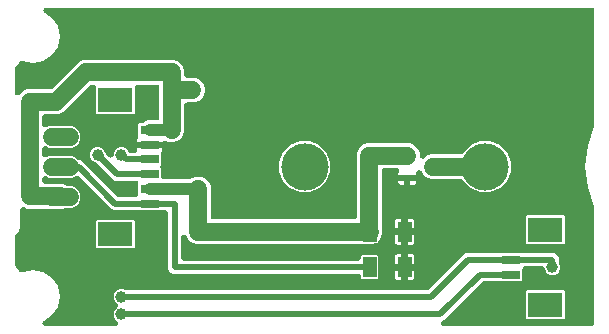
<source format=gbr>
G04 EAGLE Gerber X2 export*
%TF.Part,Single*%
%TF.FileFunction,Copper,L1,Top,Mixed*%
%TF.FilePolarity,Positive*%
%TF.GenerationSoftware,Autodesk,EAGLE,9.1.0*%
%TF.CreationDate,2020-06-24T00:02:45Z*%
G75*
%MOMM*%
%FSLAX34Y34*%
%LPD*%
%AMOC8*
5,1,8,0,0,1.08239X$1,22.5*%
G01*
%ADD10R,1.050000X0.600000*%
%ADD11R,1.600000X0.800000*%
%ADD12R,3.000000X2.100000*%
%ADD13C,1.524000*%
%ADD14R,1.160000X1.680000*%
%ADD15C,1.000000*%
%ADD16C,0.500000*%
%ADD17C,1.500000*%
%ADD18C,1.000000*%
%ADD19C,4.000000*%

G36*
X89710Y10178D02*
X89710Y10178D01*
X89846Y10181D01*
X89931Y10198D01*
X90018Y10206D01*
X90150Y10242D01*
X90284Y10269D01*
X90365Y10301D01*
X90449Y10324D01*
X90572Y10383D01*
X90699Y10434D01*
X90773Y10480D01*
X90852Y10517D01*
X90963Y10598D01*
X91079Y10670D01*
X91143Y10728D01*
X91213Y10779D01*
X91308Y10878D01*
X91410Y10970D01*
X91463Y11039D01*
X91523Y11101D01*
X91599Y11215D01*
X91682Y11324D01*
X91722Y11401D01*
X91770Y11473D01*
X91824Y11599D01*
X91887Y11721D01*
X91913Y11804D01*
X91947Y11884D01*
X91978Y12017D01*
X92018Y12148D01*
X92029Y12234D01*
X92048Y12319D01*
X92055Y12455D01*
X92071Y12591D01*
X92066Y12678D01*
X92070Y12765D01*
X92053Y12900D01*
X92045Y13037D01*
X92024Y13122D01*
X92013Y13208D01*
X91971Y13338D01*
X91939Y13471D01*
X91904Y13550D01*
X91877Y13633D01*
X91813Y13754D01*
X91758Y13879D01*
X91709Y13951D01*
X91668Y14028D01*
X91583Y14136D01*
X91507Y14249D01*
X91415Y14350D01*
X91392Y14379D01*
X91374Y14395D01*
X91340Y14432D01*
X89469Y16304D01*
X88475Y18702D01*
X88475Y21298D01*
X89469Y23696D01*
X91505Y25733D01*
X91538Y25771D01*
X91575Y25805D01*
X91681Y25943D01*
X91792Y26076D01*
X91816Y26119D01*
X91847Y26159D01*
X91927Y26313D01*
X92013Y26464D01*
X92029Y26511D01*
X92052Y26556D01*
X92103Y26721D01*
X92161Y26885D01*
X92169Y26935D01*
X92183Y26983D01*
X92204Y27155D01*
X92231Y27326D01*
X92230Y27376D01*
X92236Y27426D01*
X92226Y27600D01*
X92222Y27773D01*
X92213Y27822D01*
X92210Y27872D01*
X92168Y28041D01*
X92134Y28211D01*
X92116Y28257D01*
X92104Y28306D01*
X92034Y28465D01*
X91969Y28626D01*
X91943Y28669D01*
X91923Y28714D01*
X91825Y28858D01*
X91733Y29005D01*
X91700Y29042D01*
X91672Y29084D01*
X91505Y29267D01*
X89469Y31304D01*
X88475Y33702D01*
X88475Y36298D01*
X89469Y38696D01*
X91304Y40531D01*
X93702Y41525D01*
X96298Y41525D01*
X98311Y40691D01*
X98447Y40648D01*
X98581Y40597D01*
X98660Y40582D01*
X98737Y40558D01*
X98879Y40540D01*
X99020Y40513D01*
X99143Y40507D01*
X99180Y40502D01*
X99207Y40504D01*
X99267Y40501D01*
X353686Y40501D01*
X353872Y40517D01*
X354058Y40529D01*
X354094Y40537D01*
X354131Y40541D01*
X354312Y40590D01*
X354492Y40634D01*
X354526Y40649D01*
X354562Y40659D01*
X354730Y40740D01*
X354901Y40816D01*
X354931Y40836D01*
X354965Y40852D01*
X355116Y40962D01*
X355270Y41067D01*
X355308Y41101D01*
X355327Y41114D01*
X355352Y41141D01*
X355454Y41233D01*
X385134Y70913D01*
X387156Y71751D01*
X415309Y71751D01*
X415496Y71767D01*
X415615Y71775D01*
X434382Y71775D01*
X434444Y71763D01*
X434494Y71760D01*
X434517Y71757D01*
X434554Y71758D01*
X434691Y71751D01*
X461094Y71751D01*
X463116Y70913D01*
X464663Y69366D01*
X465501Y67344D01*
X465501Y64267D01*
X465514Y64124D01*
X465517Y63981D01*
X465533Y63902D01*
X465541Y63822D01*
X465579Y63684D01*
X465608Y63544D01*
X465649Y63428D01*
X465659Y63392D01*
X465671Y63367D01*
X465691Y63311D01*
X466525Y61298D01*
X466525Y58702D01*
X465531Y56304D01*
X463696Y54469D01*
X461298Y53475D01*
X458702Y53475D01*
X456304Y54469D01*
X454469Y56304D01*
X453351Y59003D01*
X453317Y59126D01*
X453295Y59171D01*
X453280Y59218D01*
X453199Y59372D01*
X453124Y59528D01*
X453094Y59569D01*
X453071Y59613D01*
X452964Y59750D01*
X452862Y59890D01*
X452826Y59925D01*
X452795Y59964D01*
X452665Y60080D01*
X452540Y60200D01*
X452498Y60227D01*
X452460Y60261D01*
X452312Y60351D01*
X452168Y60447D01*
X452122Y60467D01*
X452079Y60493D01*
X451917Y60555D01*
X451757Y60624D01*
X451709Y60635D01*
X451662Y60653D01*
X451491Y60686D01*
X451322Y60725D01*
X451272Y60728D01*
X451223Y60737D01*
X450976Y60749D01*
X437024Y60749D01*
X436974Y60745D01*
X436924Y60747D01*
X436752Y60725D01*
X436579Y60709D01*
X436531Y60696D01*
X436481Y60690D01*
X436316Y60637D01*
X436148Y60591D01*
X436103Y60569D01*
X436056Y60554D01*
X435902Y60473D01*
X435746Y60398D01*
X435705Y60368D01*
X435661Y60345D01*
X435524Y60238D01*
X435384Y60136D01*
X435349Y60100D01*
X435310Y60069D01*
X435194Y59939D01*
X435074Y59814D01*
X435047Y59772D01*
X435013Y59734D01*
X434923Y59586D01*
X434827Y59442D01*
X434807Y59396D01*
X434781Y59353D01*
X434719Y59191D01*
X434650Y59031D01*
X434639Y58983D01*
X434621Y58936D01*
X434588Y58765D01*
X434549Y58596D01*
X434546Y58546D01*
X434537Y58497D01*
X434525Y58250D01*
X434525Y49118D01*
X433632Y48225D01*
X415618Y48225D01*
X415556Y48237D01*
X415506Y48240D01*
X415483Y48243D01*
X415446Y48242D01*
X415309Y48249D01*
X402064Y48249D01*
X401878Y48233D01*
X401692Y48221D01*
X401656Y48213D01*
X401619Y48209D01*
X401438Y48160D01*
X401258Y48116D01*
X401224Y48101D01*
X401188Y48091D01*
X401020Y48010D01*
X400849Y47934D01*
X400819Y47914D01*
X400785Y47898D01*
X400634Y47788D01*
X400480Y47683D01*
X400442Y47649D01*
X400423Y47636D01*
X400398Y47609D01*
X400296Y47517D01*
X368116Y15337D01*
X367240Y14974D01*
X367081Y14891D01*
X366918Y14813D01*
X366883Y14787D01*
X366844Y14767D01*
X366703Y14656D01*
X366556Y14551D01*
X366526Y14519D01*
X366492Y14493D01*
X366372Y14358D01*
X366247Y14229D01*
X366223Y14192D01*
X366194Y14160D01*
X366099Y14007D01*
X366000Y13857D01*
X365982Y13817D01*
X365960Y13779D01*
X365894Y13612D01*
X365823Y13446D01*
X365813Y13404D01*
X365797Y13363D01*
X365762Y13186D01*
X365721Y13011D01*
X365719Y12968D01*
X365711Y12925D01*
X365708Y12745D01*
X365699Y12565D01*
X365705Y12522D01*
X365704Y12478D01*
X365734Y12301D01*
X365757Y12122D01*
X365770Y12081D01*
X365777Y12038D01*
X365838Y11868D01*
X365893Y11697D01*
X365913Y11658D01*
X365928Y11617D01*
X366017Y11461D01*
X366102Y11302D01*
X366129Y11268D01*
X366150Y11230D01*
X366266Y11092D01*
X366378Y10951D01*
X366410Y10922D01*
X366439Y10889D01*
X366577Y10774D01*
X366712Y10654D01*
X366749Y10632D01*
X366783Y10604D01*
X366940Y10516D01*
X367094Y10422D01*
X367134Y10407D01*
X367172Y10385D01*
X367343Y10326D01*
X367511Y10262D01*
X367553Y10254D01*
X367595Y10239D01*
X367773Y10212D01*
X367949Y10178D01*
X368009Y10175D01*
X368036Y10171D01*
X368073Y10172D01*
X368197Y10166D01*
X493000Y10166D01*
X493050Y10170D01*
X493100Y10168D01*
X493272Y10190D01*
X493445Y10206D01*
X493493Y10219D01*
X493543Y10225D01*
X493708Y10278D01*
X493876Y10324D01*
X493921Y10346D01*
X493968Y10361D01*
X494122Y10442D01*
X494278Y10517D01*
X494319Y10547D01*
X494363Y10570D01*
X494500Y10677D01*
X494640Y10779D01*
X494675Y10815D01*
X494714Y10846D01*
X494830Y10976D01*
X494950Y11101D01*
X494977Y11143D01*
X495011Y11181D01*
X495101Y11329D01*
X495197Y11473D01*
X495217Y11519D01*
X495243Y11562D01*
X495305Y11724D01*
X495374Y11884D01*
X495385Y11932D01*
X495403Y11979D01*
X495436Y12150D01*
X495475Y12319D01*
X495478Y12369D01*
X495487Y12418D01*
X495499Y12665D01*
X495499Y109538D01*
X495492Y109621D01*
X495494Y109705D01*
X495472Y109843D01*
X495459Y109983D01*
X495437Y110064D01*
X495424Y110146D01*
X495378Y110278D01*
X495341Y110414D01*
X495305Y110489D01*
X495277Y110568D01*
X495175Y110767D01*
X489737Y127504D01*
X487898Y145000D01*
X489737Y162496D01*
X495178Y179240D01*
X495199Y179288D01*
X495243Y179359D01*
X495293Y179490D01*
X495352Y179617D01*
X495373Y179698D01*
X495403Y179776D01*
X495430Y179914D01*
X495465Y180049D01*
X495471Y180133D01*
X495487Y180215D01*
X495499Y180462D01*
X495499Y277335D01*
X495495Y277385D01*
X495497Y277435D01*
X495475Y277607D01*
X495459Y277780D01*
X495446Y277828D01*
X495440Y277878D01*
X495387Y278043D01*
X495341Y278211D01*
X495319Y278256D01*
X495304Y278303D01*
X495223Y278457D01*
X495148Y278613D01*
X495118Y278654D01*
X495095Y278698D01*
X494988Y278835D01*
X494886Y278975D01*
X494850Y279010D01*
X494819Y279049D01*
X494689Y279165D01*
X494564Y279285D01*
X494522Y279312D01*
X494484Y279346D01*
X494336Y279436D01*
X494192Y279532D01*
X494145Y279552D01*
X494103Y279578D01*
X493941Y279640D01*
X493781Y279709D01*
X493733Y279720D01*
X493686Y279738D01*
X493515Y279771D01*
X493346Y279810D01*
X493296Y279813D01*
X493247Y279822D01*
X493000Y279834D01*
X31423Y279834D01*
X31265Y279820D01*
X31107Y279814D01*
X31043Y279800D01*
X30978Y279794D01*
X30825Y279752D01*
X30670Y279718D01*
X30610Y279693D01*
X30547Y279676D01*
X30404Y279607D01*
X30258Y279546D01*
X30203Y279511D01*
X30144Y279483D01*
X30016Y279390D01*
X29883Y279304D01*
X29835Y279259D01*
X29783Y279221D01*
X29673Y279106D01*
X29557Y278998D01*
X29518Y278946D01*
X29473Y278899D01*
X29385Y278767D01*
X29291Y278639D01*
X29262Y278581D01*
X29226Y278527D01*
X29163Y278381D01*
X29093Y278239D01*
X29075Y278176D01*
X29049Y278116D01*
X29013Y277962D01*
X28969Y277810D01*
X28962Y277745D01*
X28948Y277681D01*
X28940Y277523D01*
X28924Y277365D01*
X28929Y277300D01*
X28926Y277235D01*
X28946Y277078D01*
X28958Y276920D01*
X28975Y276857D01*
X28983Y276792D01*
X29031Y276641D01*
X29071Y276488D01*
X29099Y276429D01*
X29119Y276367D01*
X29193Y276227D01*
X29260Y276083D01*
X29297Y276030D01*
X29328Y275972D01*
X29426Y275847D01*
X29517Y275718D01*
X29564Y275672D01*
X29604Y275621D01*
X29723Y275515D01*
X29836Y275404D01*
X29912Y275348D01*
X29938Y275324D01*
X29967Y275307D01*
X30034Y275257D01*
X36042Y271242D01*
X40945Y263905D01*
X42667Y255250D01*
X40945Y246595D01*
X36042Y239258D01*
X28705Y234355D01*
X20050Y232633D01*
X11242Y234385D01*
X11152Y234415D01*
X10993Y234476D01*
X10940Y234485D01*
X10889Y234502D01*
X10721Y234526D01*
X10554Y234558D01*
X10500Y234558D01*
X10447Y234566D01*
X10278Y234559D01*
X10107Y234560D01*
X10054Y234551D01*
X10001Y234549D01*
X9835Y234513D01*
X9667Y234483D01*
X9617Y234465D01*
X9565Y234453D01*
X9408Y234388D01*
X9248Y234329D01*
X9202Y234302D01*
X9152Y234281D01*
X9009Y234189D01*
X8863Y234103D01*
X8822Y234068D01*
X8777Y234039D01*
X8653Y233922D01*
X8524Y233812D01*
X8490Y233770D01*
X8451Y233733D01*
X8350Y233597D01*
X8243Y233465D01*
X8217Y233418D01*
X8185Y233375D01*
X8109Y233222D01*
X8027Y233073D01*
X8001Y233003D01*
X7987Y232974D01*
X7976Y232940D01*
X7939Y232842D01*
X7727Y232190D01*
X4978Y228406D01*
X4868Y228221D01*
X4757Y228039D01*
X4754Y228031D01*
X4749Y228022D01*
X4674Y227823D01*
X4597Y227623D01*
X4595Y227613D01*
X4592Y227604D01*
X4554Y227396D01*
X4513Y227184D01*
X4512Y227171D01*
X4511Y227165D01*
X4511Y227146D01*
X4501Y226937D01*
X4501Y207885D01*
X4513Y207748D01*
X4516Y207612D01*
X4533Y207527D01*
X4541Y207440D01*
X4577Y207308D01*
X4604Y207174D01*
X4636Y207093D01*
X4659Y207009D01*
X4718Y206886D01*
X4769Y206759D01*
X4815Y206685D01*
X4852Y206606D01*
X4933Y206495D01*
X5005Y206379D01*
X5063Y206315D01*
X5114Y206245D01*
X5213Y206150D01*
X5305Y206048D01*
X5374Y205995D01*
X5436Y205935D01*
X5550Y205859D01*
X5659Y205776D01*
X5736Y205736D01*
X5808Y205688D01*
X5934Y205634D01*
X6056Y205571D01*
X6139Y205545D01*
X6219Y205511D01*
X6352Y205480D01*
X6483Y205440D01*
X6569Y205429D01*
X6654Y205410D01*
X6790Y205403D01*
X6926Y205387D01*
X7013Y205392D01*
X7100Y205388D01*
X7235Y205405D01*
X7372Y205413D01*
X7457Y205434D01*
X7543Y205445D01*
X7673Y205487D01*
X7806Y205519D01*
X7886Y205554D01*
X7968Y205581D01*
X8089Y205645D01*
X8214Y205700D01*
X8286Y205749D01*
X8363Y205790D01*
X8471Y205875D01*
X8584Y205951D01*
X8685Y206043D01*
X8714Y206066D01*
X8730Y206084D01*
X8767Y206118D01*
X11552Y208902D01*
X15411Y210501D01*
X34615Y210501D01*
X34801Y210517D01*
X34987Y210529D01*
X35023Y210537D01*
X35060Y210541D01*
X35241Y210590D01*
X35421Y210634D01*
X35455Y210649D01*
X35491Y210659D01*
X35659Y210740D01*
X35830Y210816D01*
X35860Y210836D01*
X35894Y210852D01*
X36045Y210962D01*
X36199Y211067D01*
X36236Y211101D01*
X36255Y211114D01*
X36281Y211141D01*
X36382Y211233D01*
X59052Y233902D01*
X62911Y235501D01*
X139839Y235501D01*
X143698Y233902D01*
X146652Y230948D01*
X148251Y227089D01*
X148251Y223000D01*
X148255Y222950D01*
X148253Y222900D01*
X148275Y222728D01*
X148291Y222555D01*
X148304Y222507D01*
X148310Y222457D01*
X148363Y222292D01*
X148409Y222124D01*
X148431Y222079D01*
X148446Y222032D01*
X148527Y221878D01*
X148602Y221722D01*
X148632Y221681D01*
X148655Y221637D01*
X148762Y221500D01*
X148864Y221360D01*
X148900Y221325D01*
X148931Y221286D01*
X149061Y221170D01*
X149186Y221050D01*
X149228Y221023D01*
X149266Y220989D01*
X149414Y220899D01*
X149558Y220803D01*
X149604Y220783D01*
X149647Y220757D01*
X149809Y220695D01*
X149969Y220626D01*
X150017Y220615D01*
X150064Y220597D01*
X150235Y220564D01*
X150404Y220525D01*
X150454Y220522D01*
X150503Y220513D01*
X150750Y220501D01*
X157089Y220501D01*
X160948Y218902D01*
X163902Y215948D01*
X165501Y212089D01*
X165501Y207911D01*
X163902Y204052D01*
X160948Y201098D01*
X157089Y199499D01*
X150750Y199499D01*
X150700Y199495D01*
X150650Y199497D01*
X150478Y199475D01*
X150305Y199459D01*
X150257Y199446D01*
X150207Y199440D01*
X150042Y199387D01*
X149874Y199341D01*
X149829Y199319D01*
X149782Y199304D01*
X149628Y199223D01*
X149472Y199148D01*
X149431Y199118D01*
X149387Y199095D01*
X149250Y198988D01*
X149110Y198886D01*
X149075Y198850D01*
X149036Y198819D01*
X148920Y198689D01*
X148800Y198564D01*
X148773Y198522D01*
X148739Y198484D01*
X148649Y198336D01*
X148553Y198192D01*
X148533Y198146D01*
X148507Y198103D01*
X148445Y197941D01*
X148376Y197781D01*
X148365Y197733D01*
X148347Y197686D01*
X148314Y197515D01*
X148275Y197346D01*
X148272Y197296D01*
X148263Y197247D01*
X148251Y197000D01*
X148251Y174161D01*
X146652Y170302D01*
X143698Y167348D01*
X139839Y165749D01*
X135661Y165749D01*
X132996Y166853D01*
X132907Y166881D01*
X132821Y166918D01*
X132694Y166948D01*
X132570Y166986D01*
X132477Y166998D01*
X132386Y167019D01*
X132256Y167026D01*
X132127Y167042D01*
X132033Y167037D01*
X131940Y167041D01*
X131811Y167025D01*
X131681Y167017D01*
X131590Y166996D01*
X131497Y166984D01*
X131373Y166944D01*
X131246Y166914D01*
X131161Y166876D01*
X131072Y166848D01*
X130956Y166787D01*
X130837Y166735D01*
X130760Y166683D01*
X130677Y166639D01*
X130574Y166558D01*
X130466Y166486D01*
X130399Y166421D01*
X130326Y166363D01*
X130239Y166265D01*
X130223Y166249D01*
X119000Y166249D01*
X108459Y166249D01*
X108459Y168084D01*
X108632Y168731D01*
X109131Y169595D01*
X109155Y169646D01*
X109219Y169751D01*
X109232Y169785D01*
X109250Y169818D01*
X109300Y169958D01*
X109319Y170000D01*
X109329Y170036D01*
X109379Y170168D01*
X109386Y170204D01*
X109399Y170239D01*
X109426Y170408D01*
X109432Y170433D01*
X109434Y170452D01*
X109463Y170606D01*
X109466Y170657D01*
X109469Y170680D01*
X109468Y170717D01*
X109475Y170854D01*
X109475Y180882D01*
X110368Y181775D01*
X112175Y181775D01*
X112361Y181791D01*
X112547Y181803D01*
X112583Y181811D01*
X112620Y181815D01*
X112800Y181864D01*
X112981Y181908D01*
X113015Y181923D01*
X113050Y181933D01*
X113219Y182014D01*
X113389Y182090D01*
X113420Y182110D01*
X113453Y182126D01*
X113604Y182236D01*
X113759Y182341D01*
X113796Y182375D01*
X113815Y182388D01*
X113840Y182415D01*
X113942Y182507D01*
X114468Y183033D01*
X117409Y184251D01*
X124750Y184251D01*
X124800Y184255D01*
X124850Y184253D01*
X125022Y184275D01*
X125195Y184291D01*
X125243Y184304D01*
X125293Y184310D01*
X125458Y184363D01*
X125626Y184409D01*
X125671Y184431D01*
X125718Y184446D01*
X125872Y184527D01*
X126028Y184602D01*
X126069Y184632D01*
X126113Y184655D01*
X126250Y184762D01*
X126390Y184864D01*
X126425Y184900D01*
X126464Y184931D01*
X126580Y185061D01*
X126700Y185186D01*
X126727Y185228D01*
X126761Y185266D01*
X126851Y185414D01*
X126947Y185558D01*
X126967Y185604D01*
X126993Y185647D01*
X127055Y185809D01*
X127124Y185969D01*
X127135Y186017D01*
X127153Y186064D01*
X127186Y186235D01*
X127225Y186404D01*
X127228Y186454D01*
X127237Y186503D01*
X127249Y186750D01*
X127249Y212000D01*
X127245Y212050D01*
X127247Y212100D01*
X127225Y212272D01*
X127209Y212445D01*
X127196Y212493D01*
X127190Y212543D01*
X127137Y212708D01*
X127091Y212876D01*
X127069Y212921D01*
X127054Y212968D01*
X126973Y213122D01*
X126898Y213278D01*
X126868Y213319D01*
X126845Y213363D01*
X126738Y213500D01*
X126636Y213640D01*
X126600Y213675D01*
X126569Y213714D01*
X126439Y213830D01*
X126314Y213950D01*
X126272Y213977D01*
X126234Y214011D01*
X126086Y214101D01*
X125942Y214197D01*
X125896Y214217D01*
X125853Y214243D01*
X125691Y214305D01*
X125531Y214374D01*
X125483Y214385D01*
X125436Y214403D01*
X125265Y214436D01*
X125096Y214475D01*
X125046Y214478D01*
X124997Y214487D01*
X124750Y214499D01*
X109024Y214499D01*
X108974Y214495D01*
X108924Y214497D01*
X108752Y214475D01*
X108579Y214459D01*
X108531Y214446D01*
X108481Y214440D01*
X108316Y214387D01*
X108148Y214341D01*
X108103Y214319D01*
X108056Y214304D01*
X107902Y214223D01*
X107746Y214148D01*
X107705Y214118D01*
X107661Y214095D01*
X107524Y213988D01*
X107384Y213886D01*
X107349Y213850D01*
X107310Y213819D01*
X107194Y213689D01*
X107074Y213564D01*
X107047Y213522D01*
X107013Y213484D01*
X106923Y213336D01*
X106827Y213192D01*
X106807Y213146D01*
X106781Y213103D01*
X106719Y212941D01*
X106650Y212781D01*
X106639Y212733D01*
X106621Y212686D01*
X106588Y212515D01*
X106549Y212346D01*
X106546Y212296D01*
X106537Y212247D01*
X106525Y212000D01*
X106525Y190618D01*
X105632Y189725D01*
X74368Y189725D01*
X73475Y190618D01*
X73475Y212000D01*
X73471Y212050D01*
X73473Y212100D01*
X73451Y212272D01*
X73435Y212445D01*
X73422Y212493D01*
X73416Y212543D01*
X73363Y212708D01*
X73317Y212876D01*
X73295Y212921D01*
X73280Y212968D01*
X73199Y213122D01*
X73124Y213278D01*
X73094Y213319D01*
X73071Y213363D01*
X72964Y213500D01*
X72862Y213640D01*
X72826Y213675D01*
X72795Y213714D01*
X72665Y213830D01*
X72540Y213950D01*
X72498Y213977D01*
X72460Y214011D01*
X72312Y214101D01*
X72168Y214197D01*
X72122Y214217D01*
X72079Y214243D01*
X71917Y214305D01*
X71757Y214374D01*
X71709Y214385D01*
X71662Y214403D01*
X71491Y214436D01*
X71322Y214475D01*
X71272Y214478D01*
X71223Y214487D01*
X70976Y214499D01*
X70385Y214499D01*
X70199Y214483D01*
X70013Y214471D01*
X69977Y214463D01*
X69940Y214459D01*
X69759Y214410D01*
X69579Y214366D01*
X69545Y214351D01*
X69509Y214341D01*
X69341Y214260D01*
X69170Y214184D01*
X69140Y214164D01*
X69106Y214148D01*
X68955Y214038D01*
X68801Y213933D01*
X68764Y213899D01*
X68745Y213886D01*
X68719Y213859D01*
X68618Y213767D01*
X45948Y191098D01*
X42089Y189499D01*
X30500Y189499D01*
X30450Y189495D01*
X30400Y189497D01*
X30228Y189475D01*
X30055Y189459D01*
X30007Y189446D01*
X29957Y189440D01*
X29792Y189387D01*
X29624Y189341D01*
X29579Y189319D01*
X29532Y189304D01*
X29378Y189223D01*
X29222Y189148D01*
X29181Y189118D01*
X29137Y189095D01*
X29000Y188988D01*
X28860Y188886D01*
X28825Y188850D01*
X28786Y188819D01*
X28670Y188689D01*
X28550Y188564D01*
X28523Y188522D01*
X28489Y188484D01*
X28399Y188336D01*
X28303Y188192D01*
X28283Y188146D01*
X28257Y188103D01*
X28195Y187941D01*
X28126Y187781D01*
X28115Y187733D01*
X28097Y187686D01*
X28064Y187515D01*
X28025Y187346D01*
X28022Y187296D01*
X28013Y187247D01*
X28001Y187000D01*
X28001Y180775D01*
X28009Y180682D01*
X28008Y180588D01*
X28029Y180460D01*
X28041Y180330D01*
X28065Y180240D01*
X28081Y180148D01*
X28125Y180025D01*
X28159Y179899D01*
X28200Y179815D01*
X28231Y179727D01*
X28296Y179614D01*
X28352Y179497D01*
X28407Y179421D01*
X28454Y179340D01*
X28538Y179240D01*
X28614Y179135D01*
X28682Y179070D01*
X28742Y178998D01*
X28842Y178915D01*
X28936Y178825D01*
X29014Y178773D01*
X29086Y178714D01*
X29200Y178650D01*
X29308Y178578D01*
X29394Y178541D01*
X29476Y178495D01*
X29599Y178452D01*
X29719Y178401D01*
X29809Y178380D01*
X29898Y178349D01*
X30027Y178329D01*
X30154Y178300D01*
X30247Y178295D01*
X30339Y178281D01*
X30470Y178284D01*
X30600Y178278D01*
X30692Y178290D01*
X30786Y178292D01*
X30914Y178318D01*
X31043Y178335D01*
X31132Y178364D01*
X31223Y178383D01*
X31456Y178466D01*
X34061Y179545D01*
X52939Y179545D01*
X56300Y178153D01*
X58873Y175580D01*
X60265Y172219D01*
X60265Y168581D01*
X58873Y165220D01*
X56300Y162647D01*
X52939Y161255D01*
X34061Y161255D01*
X31456Y162334D01*
X31367Y162362D01*
X31281Y162399D01*
X31155Y162429D01*
X31030Y162468D01*
X30937Y162479D01*
X30846Y162500D01*
X30716Y162507D01*
X30587Y162523D01*
X30493Y162518D01*
X30400Y162522D01*
X30271Y162506D01*
X30141Y162498D01*
X30050Y162477D01*
X29957Y162465D01*
X29833Y162425D01*
X29706Y162395D01*
X29621Y162357D01*
X29532Y162329D01*
X29417Y162268D01*
X29297Y162216D01*
X29219Y162164D01*
X29137Y162120D01*
X29035Y162039D01*
X28926Y161967D01*
X28859Y161902D01*
X28786Y161844D01*
X28699Y161746D01*
X28606Y161656D01*
X28551Y161580D01*
X28489Y161510D01*
X28422Y161398D01*
X28346Y161292D01*
X28306Y161208D01*
X28257Y161128D01*
X28210Y161006D01*
X28155Y160889D01*
X28130Y160799D01*
X28097Y160711D01*
X28072Y160583D01*
X28038Y160457D01*
X28031Y160364D01*
X28013Y160272D01*
X28001Y160025D01*
X28001Y155375D01*
X28009Y155282D01*
X28008Y155188D01*
X28029Y155060D01*
X28041Y154930D01*
X28065Y154840D01*
X28081Y154748D01*
X28125Y154625D01*
X28159Y154499D01*
X28200Y154415D01*
X28231Y154327D01*
X28296Y154214D01*
X28352Y154097D01*
X28407Y154021D01*
X28454Y153940D01*
X28538Y153840D01*
X28614Y153735D01*
X28682Y153670D01*
X28742Y153598D01*
X28842Y153515D01*
X28936Y153425D01*
X29014Y153373D01*
X29086Y153314D01*
X29200Y153250D01*
X29308Y153178D01*
X29394Y153141D01*
X29476Y153095D01*
X29599Y153052D01*
X29719Y153001D01*
X29809Y152980D01*
X29898Y152949D01*
X30027Y152929D01*
X30154Y152900D01*
X30247Y152895D01*
X30339Y152881D01*
X30470Y152884D01*
X30600Y152878D01*
X30692Y152890D01*
X30786Y152892D01*
X30914Y152918D01*
X31043Y152935D01*
X31132Y152964D01*
X31223Y152983D01*
X31456Y153066D01*
X34061Y154145D01*
X52939Y154145D01*
X56300Y152753D01*
X57820Y151233D01*
X57963Y151113D01*
X58103Y150989D01*
X58134Y150970D01*
X58163Y150946D01*
X58325Y150854D01*
X58484Y150757D01*
X58519Y150744D01*
X58551Y150726D01*
X58727Y150664D01*
X58901Y150597D01*
X58938Y150590D01*
X58972Y150577D01*
X59157Y150548D01*
X59340Y150513D01*
X59390Y150510D01*
X59414Y150507D01*
X59450Y150508D01*
X59587Y150501D01*
X59844Y150501D01*
X61866Y149663D01*
X91546Y119983D01*
X91690Y119863D01*
X91829Y119739D01*
X91861Y119720D01*
X91889Y119696D01*
X92051Y119604D01*
X92211Y119507D01*
X92245Y119494D01*
X92278Y119476D01*
X92454Y119414D01*
X92628Y119347D01*
X92664Y119340D01*
X92699Y119327D01*
X92883Y119298D01*
X93067Y119263D01*
X93117Y119260D01*
X93140Y119257D01*
X93177Y119258D01*
X93314Y119251D01*
X106976Y119251D01*
X107026Y119255D01*
X107076Y119253D01*
X107248Y119275D01*
X107421Y119291D01*
X107469Y119304D01*
X107519Y119310D01*
X107684Y119363D01*
X107852Y119409D01*
X107897Y119431D01*
X107944Y119446D01*
X108098Y119527D01*
X108254Y119602D01*
X108295Y119632D01*
X108339Y119655D01*
X108476Y119762D01*
X108616Y119864D01*
X108651Y119900D01*
X108690Y119931D01*
X108806Y120061D01*
X108926Y120186D01*
X108953Y120228D01*
X108987Y120266D01*
X109077Y120414D01*
X109173Y120558D01*
X109193Y120604D01*
X109219Y120647D01*
X109281Y120809D01*
X109350Y120969D01*
X109361Y121017D01*
X109379Y121064D01*
X109412Y121235D01*
X109451Y121404D01*
X109454Y121454D01*
X109463Y121503D01*
X109475Y121750D01*
X109475Y130750D01*
X109471Y130800D01*
X109473Y130850D01*
X109451Y131022D01*
X109435Y131195D01*
X109422Y131243D01*
X109416Y131293D01*
X109363Y131458D01*
X109317Y131626D01*
X109295Y131671D01*
X109280Y131718D01*
X109199Y131872D01*
X109124Y132028D01*
X109094Y132069D01*
X109071Y132113D01*
X108964Y132250D01*
X108862Y132390D01*
X108826Y132425D01*
X108795Y132464D01*
X108665Y132580D01*
X108540Y132700D01*
X108498Y132727D01*
X108460Y132761D01*
X108312Y132851D01*
X108168Y132947D01*
X108122Y132967D01*
X108079Y132993D01*
X107917Y133055D01*
X107757Y133124D01*
X107709Y133135D01*
X107662Y133153D01*
X107491Y133186D01*
X107322Y133225D01*
X107272Y133228D01*
X107223Y133237D01*
X106976Y133249D01*
X90156Y133249D01*
X88134Y134087D01*
X74128Y148093D01*
X74018Y148185D01*
X73914Y148284D01*
X73847Y148328D01*
X73785Y148379D01*
X73660Y148450D01*
X73541Y148529D01*
X73429Y148582D01*
X73397Y148600D01*
X73371Y148609D01*
X73317Y148635D01*
X71304Y149469D01*
X69469Y151304D01*
X68475Y153702D01*
X68475Y156298D01*
X69469Y158696D01*
X71304Y160531D01*
X73702Y161525D01*
X76298Y161525D01*
X78696Y160531D01*
X80531Y158696D01*
X81365Y156683D01*
X81432Y156556D01*
X81490Y156425D01*
X81535Y156359D01*
X81572Y156287D01*
X81660Y156174D01*
X81741Y156056D01*
X81824Y155964D01*
X81847Y155935D01*
X81864Y155919D01*
X81873Y155907D01*
X81882Y155899D01*
X81907Y155872D01*
X84209Y153570D01*
X84314Y153483D01*
X84412Y153388D01*
X84485Y153340D01*
X84552Y153284D01*
X84670Y153217D01*
X84784Y153141D01*
X84864Y153106D01*
X84940Y153063D01*
X85069Y153018D01*
X85195Y152964D01*
X85279Y152944D01*
X85361Y152915D01*
X85497Y152893D01*
X85630Y152863D01*
X85716Y152858D01*
X85802Y152844D01*
X85939Y152847D01*
X86076Y152840D01*
X86162Y152852D01*
X86249Y152853D01*
X86383Y152880D01*
X86519Y152898D01*
X86602Y152924D01*
X86687Y152942D01*
X86814Y152992D01*
X86944Y153034D01*
X87021Y153074D01*
X87102Y153106D01*
X87218Y153179D01*
X87339Y153243D01*
X87408Y153297D01*
X87481Y153343D01*
X87583Y153434D01*
X87690Y153519D01*
X87748Y153584D01*
X87812Y153642D01*
X87896Y153751D01*
X87987Y153853D01*
X88032Y153927D01*
X88085Y153996D01*
X88148Y154118D01*
X88219Y154235D01*
X88250Y154316D01*
X88290Y154393D01*
X88330Y154524D01*
X88379Y154652D01*
X88396Y154737D01*
X88421Y154820D01*
X88437Y154956D01*
X88463Y155090D01*
X88470Y155227D01*
X88474Y155264D01*
X88473Y155287D01*
X88475Y155338D01*
X88475Y156298D01*
X89469Y158696D01*
X91304Y160531D01*
X93702Y161525D01*
X96298Y161525D01*
X98696Y160531D01*
X100531Y158696D01*
X100698Y158294D01*
X100701Y158288D01*
X100703Y158282D01*
X100805Y158090D01*
X100905Y157898D01*
X100909Y157893D01*
X100912Y157887D01*
X101049Y157713D01*
X101179Y157545D01*
X101184Y157541D01*
X101188Y157536D01*
X101353Y157390D01*
X101512Y157247D01*
X101518Y157244D01*
X101523Y157239D01*
X101710Y157126D01*
X101893Y157013D01*
X101899Y157011D01*
X101904Y157007D01*
X102107Y156929D01*
X102309Y156850D01*
X102315Y156849D01*
X102321Y156847D01*
X102534Y156806D01*
X102747Y156764D01*
X102754Y156764D01*
X102760Y156763D01*
X103007Y156751D01*
X105960Y156751D01*
X106010Y156755D01*
X106060Y156753D01*
X106232Y156775D01*
X106405Y156791D01*
X106453Y156804D01*
X106503Y156810D01*
X106668Y156863D01*
X106836Y156909D01*
X106881Y156931D01*
X106928Y156946D01*
X107082Y157027D01*
X107238Y157102D01*
X107279Y157132D01*
X107323Y157155D01*
X107460Y157262D01*
X107600Y157364D01*
X107635Y157400D01*
X107674Y157431D01*
X107790Y157561D01*
X107910Y157686D01*
X107937Y157728D01*
X107971Y157766D01*
X108061Y157914D01*
X108157Y158058D01*
X108177Y158104D01*
X108203Y158147D01*
X108265Y158310D01*
X108334Y158469D01*
X108345Y158517D01*
X108363Y158564D01*
X108396Y158735D01*
X108435Y158904D01*
X108438Y158954D01*
X108447Y159003D01*
X108459Y159250D01*
X108459Y161251D01*
X119000Y161251D01*
X129541Y161251D01*
X129541Y159416D01*
X129368Y158769D01*
X128869Y157905D01*
X128845Y157854D01*
X128781Y157749D01*
X128768Y157715D01*
X128750Y157682D01*
X128700Y157542D01*
X128681Y157500D01*
X128671Y157464D01*
X128621Y157332D01*
X128614Y157296D01*
X128601Y157261D01*
X128574Y157092D01*
X128568Y157067D01*
X128566Y157048D01*
X128537Y156894D01*
X128534Y156843D01*
X128531Y156820D01*
X128532Y156783D01*
X128525Y156646D01*
X128525Y146592D01*
X128498Y146558D01*
X128387Y146424D01*
X128363Y146381D01*
X128332Y146341D01*
X128252Y146187D01*
X128166Y146036D01*
X128150Y145989D01*
X128127Y145944D01*
X128076Y145779D01*
X128018Y145615D01*
X128010Y145565D01*
X127996Y145517D01*
X127975Y145345D01*
X127948Y145174D01*
X127949Y145124D01*
X127943Y145074D01*
X127953Y144901D01*
X127956Y144727D01*
X127966Y144678D01*
X127969Y144628D01*
X128010Y144460D01*
X128045Y144289D01*
X128063Y144243D01*
X128075Y144194D01*
X128145Y144036D01*
X128210Y143874D01*
X128236Y143831D01*
X128256Y143786D01*
X128354Y143642D01*
X128446Y143495D01*
X128479Y143458D01*
X128507Y143416D01*
X128525Y143397D01*
X128525Y136750D01*
X128529Y136700D01*
X128527Y136650D01*
X128549Y136478D01*
X128565Y136305D01*
X128578Y136257D01*
X128584Y136207D01*
X128637Y136042D01*
X128683Y135874D01*
X128705Y135829D01*
X128720Y135782D01*
X128801Y135628D01*
X128876Y135472D01*
X128906Y135431D01*
X128929Y135387D01*
X129036Y135250D01*
X129138Y135110D01*
X129174Y135075D01*
X129205Y135036D01*
X129335Y134920D01*
X129460Y134800D01*
X129502Y134773D01*
X129540Y134739D01*
X129688Y134649D01*
X129832Y134553D01*
X129878Y134533D01*
X129921Y134507D01*
X130083Y134445D01*
X130243Y134376D01*
X130291Y134365D01*
X130338Y134347D01*
X130509Y134314D01*
X130678Y134275D01*
X130728Y134272D01*
X130777Y134263D01*
X131024Y134251D01*
X152115Y134251D01*
X152301Y134267D01*
X152487Y134279D01*
X152523Y134287D01*
X152560Y134291D01*
X152741Y134340D01*
X152921Y134384D01*
X152955Y134399D01*
X152991Y134409D01*
X153159Y134490D01*
X153330Y134566D01*
X153360Y134586D01*
X153394Y134602D01*
X153545Y134712D01*
X153699Y134817D01*
X153736Y134851D01*
X153755Y134864D01*
X153781Y134891D01*
X153882Y134983D01*
X154052Y135152D01*
X157911Y136751D01*
X162089Y136751D01*
X165948Y135152D01*
X168902Y132198D01*
X170501Y128339D01*
X170501Y103000D01*
X170505Y102950D01*
X170503Y102900D01*
X170525Y102728D01*
X170541Y102555D01*
X170554Y102507D01*
X170560Y102457D01*
X170613Y102292D01*
X170659Y102124D01*
X170681Y102079D01*
X170696Y102032D01*
X170777Y101878D01*
X170852Y101722D01*
X170882Y101681D01*
X170905Y101637D01*
X171012Y101500D01*
X171114Y101360D01*
X171150Y101325D01*
X171181Y101286D01*
X171311Y101170D01*
X171436Y101050D01*
X171478Y101023D01*
X171516Y100989D01*
X171664Y100899D01*
X171808Y100803D01*
X171854Y100783D01*
X171897Y100757D01*
X172059Y100695D01*
X172219Y100626D01*
X172267Y100615D01*
X172314Y100597D01*
X172485Y100564D01*
X172654Y100525D01*
X172704Y100522D01*
X172753Y100513D01*
X173000Y100501D01*
X292000Y100501D01*
X292050Y100505D01*
X292100Y100503D01*
X292272Y100525D01*
X292445Y100541D01*
X292493Y100554D01*
X292543Y100560D01*
X292708Y100613D01*
X292876Y100659D01*
X292921Y100681D01*
X292968Y100696D01*
X293122Y100777D01*
X293278Y100852D01*
X293319Y100882D01*
X293363Y100905D01*
X293500Y101012D01*
X293640Y101114D01*
X293675Y101150D01*
X293714Y101181D01*
X293830Y101311D01*
X293950Y101436D01*
X293977Y101478D01*
X294011Y101516D01*
X294101Y101664D01*
X294197Y101808D01*
X294217Y101854D01*
X294243Y101897D01*
X294305Y102059D01*
X294374Y102219D01*
X294385Y102267D01*
X294403Y102314D01*
X294436Y102485D01*
X294475Y102654D01*
X294478Y102704D01*
X294487Y102753D01*
X294499Y103000D01*
X294499Y156589D01*
X296098Y160448D01*
X299052Y163402D01*
X302911Y165001D01*
X339089Y165001D01*
X342948Y163402D01*
X345902Y160448D01*
X347501Y156589D01*
X347501Y154385D01*
X347513Y154248D01*
X347516Y154112D01*
X347533Y154027D01*
X347541Y153940D01*
X347577Y153808D01*
X347604Y153674D01*
X347636Y153593D01*
X347659Y153509D01*
X347718Y153386D01*
X347769Y153259D01*
X347815Y153185D01*
X347852Y153106D01*
X347933Y152995D01*
X348005Y152879D01*
X348063Y152815D01*
X348114Y152745D01*
X348213Y152650D01*
X348305Y152548D01*
X348374Y152495D01*
X348436Y152435D01*
X348550Y152359D01*
X348659Y152276D01*
X348736Y152236D01*
X348808Y152188D01*
X348934Y152134D01*
X349056Y152071D01*
X349139Y152045D01*
X349219Y152011D01*
X349351Y151980D01*
X349483Y151940D01*
X349569Y151929D01*
X349654Y151910D01*
X349790Y151903D01*
X349926Y151887D01*
X350013Y151892D01*
X350100Y151887D01*
X350235Y151905D01*
X350372Y151913D01*
X350457Y151934D01*
X350543Y151945D01*
X350673Y151987D01*
X350806Y152019D01*
X350886Y152054D01*
X350968Y152081D01*
X351089Y152145D01*
X351214Y152200D01*
X351286Y152249D01*
X351363Y152290D01*
X351471Y152374D01*
X351584Y152451D01*
X351685Y152543D01*
X351714Y152566D01*
X351730Y152584D01*
X351767Y152618D01*
X353052Y153902D01*
X356911Y155501D01*
X382381Y155501D01*
X382388Y155501D01*
X382394Y155501D01*
X382611Y155521D01*
X382826Y155541D01*
X382833Y155542D01*
X382839Y155543D01*
X383047Y155601D01*
X383257Y155659D01*
X383263Y155662D01*
X383269Y155664D01*
X383459Y155756D01*
X383660Y155852D01*
X383665Y155856D01*
X383671Y155859D01*
X383843Y155985D01*
X384022Y156114D01*
X384026Y156119D01*
X384031Y156123D01*
X384180Y156279D01*
X384331Y156436D01*
X384335Y156442D01*
X384339Y156447D01*
X384458Y156628D01*
X384578Y156808D01*
X384581Y156814D01*
X384584Y156820D01*
X384690Y157044D01*
X384752Y157193D01*
X390807Y163248D01*
X398718Y166525D01*
X407282Y166525D01*
X415193Y163248D01*
X421248Y157193D01*
X424525Y149282D01*
X424525Y140718D01*
X421248Y132807D01*
X415193Y126752D01*
X407282Y123475D01*
X398718Y123475D01*
X390807Y126752D01*
X384752Y132807D01*
X384690Y132956D01*
X384687Y132962D01*
X384685Y132968D01*
X384585Y133159D01*
X384483Y133352D01*
X384479Y133357D01*
X384476Y133363D01*
X384341Y133535D01*
X384209Y133705D01*
X384204Y133709D01*
X384200Y133714D01*
X384036Y133860D01*
X383876Y134003D01*
X383871Y134006D01*
X383866Y134011D01*
X383680Y134123D01*
X383496Y134237D01*
X383490Y134239D01*
X383484Y134243D01*
X383280Y134322D01*
X383080Y134400D01*
X383074Y134401D01*
X383067Y134403D01*
X382852Y134444D01*
X382642Y134486D01*
X382635Y134486D01*
X382629Y134487D01*
X382381Y134499D01*
X356911Y134499D01*
X353052Y136098D01*
X350098Y139052D01*
X349496Y140506D01*
X349468Y140559D01*
X349447Y140616D01*
X349364Y140757D01*
X349288Y140902D01*
X349251Y140949D01*
X349221Y141001D01*
X349114Y141126D01*
X349014Y141255D01*
X348969Y141295D01*
X348930Y141340D01*
X348803Y141444D01*
X348681Y141553D01*
X348630Y141584D01*
X348583Y141622D01*
X348440Y141701D01*
X348301Y141787D01*
X348245Y141809D01*
X348192Y141838D01*
X348037Y141890D01*
X347885Y141949D01*
X347826Y141961D01*
X347769Y141980D01*
X347607Y142004D01*
X347447Y142035D01*
X347386Y142036D01*
X347327Y142045D01*
X347163Y142040D01*
X347000Y142042D01*
X346941Y142032D01*
X346880Y142030D01*
X346721Y141996D01*
X346559Y141969D01*
X346503Y141949D01*
X346444Y141936D01*
X346293Y141874D01*
X346139Y141819D01*
X346086Y141789D01*
X346031Y141766D01*
X345893Y141677D01*
X345751Y141596D01*
X345705Y141557D01*
X345655Y141525D01*
X345535Y141413D01*
X345410Y141308D01*
X345372Y141261D01*
X345328Y141220D01*
X345230Y141090D01*
X345126Y140964D01*
X345096Y140911D01*
X345060Y140863D01*
X344987Y140717D01*
X344907Y140574D01*
X344887Y140517D01*
X344860Y140463D01*
X344814Y140307D01*
X344761Y140152D01*
X344752Y140092D01*
X344735Y140035D01*
X344717Y139872D01*
X344692Y139710D01*
X344694Y139650D01*
X344688Y139590D01*
X344700Y139428D01*
X344704Y139264D01*
X344716Y139205D01*
X344720Y139145D01*
X344772Y138903D01*
X344791Y138834D01*
X344791Y137999D01*
X337000Y137999D01*
X329209Y137999D01*
X329209Y138834D01*
X329382Y139481D01*
X329827Y140250D01*
X329841Y140281D01*
X329859Y140308D01*
X329935Y140483D01*
X330015Y140656D01*
X330023Y140688D01*
X330036Y140719D01*
X330079Y140903D01*
X330127Y141088D01*
X330130Y141121D01*
X330138Y141154D01*
X330147Y141343D01*
X330161Y141533D01*
X330158Y141567D01*
X330160Y141600D01*
X330135Y141788D01*
X330116Y141978D01*
X330106Y142010D01*
X330102Y142043D01*
X330044Y142224D01*
X329991Y142407D01*
X329977Y142437D01*
X329966Y142468D01*
X329878Y142636D01*
X329793Y142807D01*
X329773Y142834D01*
X329757Y142863D01*
X329640Y143012D01*
X329526Y143165D01*
X329502Y143188D01*
X329481Y143214D01*
X329339Y143340D01*
X329200Y143470D01*
X329172Y143488D01*
X329147Y143511D01*
X328984Y143610D01*
X328825Y143713D01*
X328794Y143725D01*
X328765Y143743D01*
X328588Y143811D01*
X328412Y143884D01*
X328380Y143891D01*
X328348Y143903D01*
X328161Y143939D01*
X327976Y143980D01*
X327942Y143981D01*
X327910Y143987D01*
X327662Y143999D01*
X318000Y143999D01*
X317950Y143995D01*
X317900Y143997D01*
X317728Y143975D01*
X317555Y143959D01*
X317507Y143946D01*
X317457Y143940D01*
X317292Y143887D01*
X317124Y143841D01*
X317079Y143819D01*
X317032Y143804D01*
X316878Y143723D01*
X316722Y143648D01*
X316681Y143618D01*
X316637Y143595D01*
X316500Y143488D01*
X316360Y143386D01*
X316325Y143350D01*
X316286Y143319D01*
X316170Y143189D01*
X316050Y143064D01*
X316023Y143022D01*
X315989Y142984D01*
X315899Y142836D01*
X315803Y142692D01*
X315783Y142646D01*
X315757Y142603D01*
X315695Y142441D01*
X315626Y142281D01*
X315615Y142233D01*
X315597Y142186D01*
X315564Y142015D01*
X315525Y141846D01*
X315522Y141796D01*
X315513Y141747D01*
X315501Y141500D01*
X315501Y93189D01*
X315514Y93047D01*
X315517Y92903D01*
X315533Y92825D01*
X315541Y92744D01*
X315579Y92606D01*
X315608Y92466D01*
X315649Y92350D01*
X315659Y92314D01*
X315671Y92290D01*
X315691Y92233D01*
X315751Y92089D01*
X315751Y87911D01*
X314152Y84052D01*
X313307Y83206D01*
X313187Y83063D01*
X313063Y82924D01*
X313044Y82892D01*
X313020Y82864D01*
X312928Y82702D01*
X312831Y82542D01*
X312818Y82507D01*
X312800Y82475D01*
X312738Y82299D01*
X312671Y82125D01*
X312664Y82089D01*
X312651Y82054D01*
X312622Y81870D01*
X312587Y81686D01*
X312584Y81636D01*
X312581Y81613D01*
X312582Y81576D01*
X312575Y81439D01*
X312575Y80968D01*
X311682Y80075D01*
X309226Y80075D01*
X309084Y80062D01*
X308941Y80059D01*
X308862Y80043D01*
X308782Y80035D01*
X308643Y79997D01*
X308503Y79968D01*
X308387Y79927D01*
X308351Y79917D01*
X308327Y79905D01*
X308270Y79885D01*
X307339Y79499D01*
X157911Y79499D01*
X154052Y81098D01*
X151098Y84052D01*
X150309Y85956D01*
X150226Y86116D01*
X150148Y86278D01*
X150122Y86314D01*
X150102Y86352D01*
X149991Y86494D01*
X149886Y86640D01*
X149854Y86670D01*
X149828Y86705D01*
X149693Y86825D01*
X149564Y86950D01*
X149527Y86974D01*
X149495Y87003D01*
X149342Y87097D01*
X149192Y87197D01*
X149152Y87214D01*
X149114Y87237D01*
X148947Y87303D01*
X148781Y87374D01*
X148739Y87384D01*
X148698Y87400D01*
X148521Y87434D01*
X148346Y87475D01*
X148303Y87477D01*
X148260Y87486D01*
X148080Y87488D01*
X147900Y87497D01*
X147857Y87492D01*
X147813Y87492D01*
X147636Y87463D01*
X147457Y87440D01*
X147416Y87426D01*
X147373Y87419D01*
X147203Y87359D01*
X147032Y87304D01*
X146993Y87284D01*
X146952Y87269D01*
X146796Y87179D01*
X146637Y87095D01*
X146603Y87068D01*
X146565Y87046D01*
X146427Y86930D01*
X146286Y86819D01*
X146257Y86786D01*
X146224Y86758D01*
X146109Y86619D01*
X145989Y86485D01*
X145967Y86447D01*
X145939Y86414D01*
X145851Y86256D01*
X145757Y86103D01*
X145742Y86062D01*
X145720Y86024D01*
X145661Y85854D01*
X145597Y85686D01*
X145589Y85643D01*
X145574Y85602D01*
X145547Y85424D01*
X145513Y85247D01*
X145510Y85187D01*
X145506Y85161D01*
X145507Y85123D01*
X145501Y85000D01*
X145501Y68000D01*
X145505Y67950D01*
X145503Y67900D01*
X145525Y67728D01*
X145541Y67555D01*
X145554Y67507D01*
X145560Y67457D01*
X145613Y67292D01*
X145659Y67124D01*
X145681Y67079D01*
X145696Y67032D01*
X145777Y66878D01*
X145852Y66722D01*
X145882Y66681D01*
X145905Y66637D01*
X146012Y66500D01*
X146114Y66360D01*
X146150Y66325D01*
X146181Y66286D01*
X146311Y66170D01*
X146436Y66050D01*
X146478Y66023D01*
X146516Y65989D01*
X146664Y65899D01*
X146808Y65803D01*
X146854Y65783D01*
X146897Y65757D01*
X147059Y65695D01*
X147219Y65626D01*
X147267Y65615D01*
X147314Y65597D01*
X147485Y65564D01*
X147654Y65525D01*
X147704Y65522D01*
X147753Y65513D01*
X148000Y65501D01*
X295426Y65501D01*
X295476Y65505D01*
X295526Y65503D01*
X295698Y65525D01*
X295871Y65541D01*
X295919Y65554D01*
X295969Y65560D01*
X296134Y65613D01*
X296302Y65659D01*
X296347Y65681D01*
X296394Y65696D01*
X296548Y65777D01*
X296704Y65852D01*
X296745Y65882D01*
X296789Y65905D01*
X296926Y66012D01*
X297066Y66114D01*
X297101Y66150D01*
X297140Y66181D01*
X297256Y66311D01*
X297376Y66436D01*
X297403Y66478D01*
X297437Y66516D01*
X297527Y66664D01*
X297623Y66808D01*
X297643Y66854D01*
X297669Y66897D01*
X297731Y67059D01*
X297800Y67219D01*
X297811Y67267D01*
X297829Y67314D01*
X297862Y67485D01*
X297901Y67654D01*
X297904Y67704D01*
X297913Y67753D01*
X297925Y68000D01*
X297925Y69032D01*
X298818Y69925D01*
X311682Y69925D01*
X312575Y69032D01*
X312575Y50968D01*
X311682Y50075D01*
X298818Y50075D01*
X297925Y50968D01*
X297925Y52000D01*
X297921Y52050D01*
X297923Y52100D01*
X297901Y52272D01*
X297885Y52445D01*
X297872Y52493D01*
X297866Y52543D01*
X297813Y52708D01*
X297767Y52876D01*
X297745Y52921D01*
X297730Y52968D01*
X297649Y53122D01*
X297574Y53278D01*
X297544Y53319D01*
X297521Y53363D01*
X297414Y53500D01*
X297312Y53640D01*
X297276Y53675D01*
X297245Y53714D01*
X297115Y53830D01*
X296990Y53950D01*
X296948Y53977D01*
X296910Y54011D01*
X296762Y54101D01*
X296618Y54197D01*
X296572Y54217D01*
X296529Y54243D01*
X296367Y54305D01*
X296207Y54374D01*
X296159Y54385D01*
X296112Y54403D01*
X295941Y54436D01*
X295772Y54475D01*
X295722Y54478D01*
X295673Y54487D01*
X295426Y54499D01*
X138906Y54499D01*
X136884Y55337D01*
X135337Y56884D01*
X134499Y58906D01*
X134499Y105750D01*
X134495Y105800D01*
X134497Y105850D01*
X134475Y106022D01*
X134459Y106195D01*
X134446Y106243D01*
X134440Y106293D01*
X134387Y106458D01*
X134341Y106626D01*
X134319Y106671D01*
X134304Y106718D01*
X134223Y106872D01*
X134148Y107028D01*
X134118Y107069D01*
X134095Y107113D01*
X133988Y107250D01*
X133886Y107390D01*
X133850Y107425D01*
X133819Y107464D01*
X133689Y107580D01*
X133564Y107700D01*
X133522Y107727D01*
X133484Y107761D01*
X133336Y107851D01*
X133192Y107947D01*
X133146Y107967D01*
X133103Y107993D01*
X132941Y108055D01*
X132781Y108124D01*
X132733Y108135D01*
X132686Y108153D01*
X132515Y108186D01*
X132346Y108225D01*
X132296Y108228D01*
X132247Y108237D01*
X132000Y108249D01*
X128691Y108249D01*
X128505Y108233D01*
X128383Y108225D01*
X109618Y108225D01*
X109556Y108237D01*
X109506Y108240D01*
X109483Y108243D01*
X109446Y108242D01*
X109309Y108249D01*
X88906Y108249D01*
X86884Y109087D01*
X59194Y136776D01*
X59189Y136781D01*
X59185Y136786D01*
X59018Y136924D01*
X58852Y137063D01*
X58846Y137066D01*
X58841Y137070D01*
X58648Y137178D01*
X58463Y137284D01*
X58457Y137286D01*
X58451Y137289D01*
X58246Y137360D01*
X58042Y137432D01*
X58035Y137433D01*
X58029Y137435D01*
X57815Y137468D01*
X57601Y137502D01*
X57594Y137502D01*
X57588Y137503D01*
X57369Y137498D01*
X57154Y137493D01*
X57148Y137492D01*
X57141Y137492D01*
X56926Y137448D01*
X56716Y137405D01*
X56710Y137403D01*
X56704Y137401D01*
X56471Y137318D01*
X52939Y135855D01*
X34061Y135855D01*
X31456Y136934D01*
X31367Y136962D01*
X31281Y136999D01*
X31155Y137029D01*
X31030Y137068D01*
X30937Y137079D01*
X30846Y137100D01*
X30716Y137107D01*
X30587Y137123D01*
X30493Y137118D01*
X30400Y137122D01*
X30271Y137106D01*
X30141Y137098D01*
X30050Y137077D01*
X29957Y137065D01*
X29833Y137025D01*
X29706Y136995D01*
X29621Y136957D01*
X29532Y136929D01*
X29417Y136868D01*
X29297Y136816D01*
X29219Y136764D01*
X29137Y136720D01*
X29035Y136639D01*
X28926Y136567D01*
X28859Y136502D01*
X28786Y136444D01*
X28699Y136346D01*
X28606Y136256D01*
X28551Y136180D01*
X28489Y136110D01*
X28422Y135998D01*
X28346Y135892D01*
X28306Y135808D01*
X28257Y135728D01*
X28210Y135606D01*
X28155Y135489D01*
X28130Y135399D01*
X28097Y135311D01*
X28072Y135183D01*
X28038Y135057D01*
X28031Y134964D01*
X28013Y134872D01*
X28001Y134625D01*
X28001Y133000D01*
X28005Y132950D01*
X28003Y132900D01*
X28025Y132728D01*
X28041Y132555D01*
X28054Y132507D01*
X28060Y132457D01*
X28113Y132292D01*
X28159Y132124D01*
X28181Y132079D01*
X28196Y132032D01*
X28277Y131878D01*
X28352Y131722D01*
X28382Y131681D01*
X28405Y131637D01*
X28512Y131500D01*
X28614Y131360D01*
X28650Y131325D01*
X28681Y131286D01*
X28811Y131170D01*
X28936Y131050D01*
X28978Y131023D01*
X29016Y130989D01*
X29164Y130899D01*
X29308Y130803D01*
X29354Y130783D01*
X29397Y130757D01*
X29559Y130695D01*
X29719Y130626D01*
X29767Y130615D01*
X29814Y130597D01*
X29985Y130564D01*
X30154Y130525D01*
X30204Y130522D01*
X30253Y130513D01*
X30500Y130501D01*
X45189Y130501D01*
X48969Y128935D01*
X49105Y128892D01*
X49239Y128841D01*
X49319Y128826D01*
X49395Y128802D01*
X49537Y128784D01*
X49678Y128757D01*
X49801Y128751D01*
X49838Y128746D01*
X49865Y128748D01*
X49925Y128745D01*
X52939Y128745D01*
X56300Y127353D01*
X58873Y124780D01*
X60265Y121419D01*
X60265Y117781D01*
X58873Y114420D01*
X56300Y111847D01*
X52939Y110455D01*
X47994Y110455D01*
X47851Y110442D01*
X47708Y110439D01*
X47629Y110423D01*
X47549Y110415D01*
X47411Y110377D01*
X47271Y110348D01*
X47154Y110307D01*
X47118Y110297D01*
X47094Y110285D01*
X47037Y110265D01*
X45189Y109499D01*
X15411Y109499D01*
X12921Y110531D01*
X12832Y110559D01*
X12746Y110596D01*
X12620Y110625D01*
X12495Y110664D01*
X12402Y110676D01*
X12311Y110697D01*
X12181Y110703D01*
X12052Y110719D01*
X11958Y110714D01*
X11865Y110719D01*
X11736Y110702D01*
X11606Y110695D01*
X11515Y110673D01*
X11422Y110661D01*
X11298Y110622D01*
X11171Y110591D01*
X11086Y110554D01*
X10997Y110526D01*
X10882Y110465D01*
X10762Y110412D01*
X10684Y110360D01*
X10602Y110316D01*
X10499Y110236D01*
X10391Y110163D01*
X10324Y110098D01*
X10251Y110040D01*
X10164Y109943D01*
X10071Y109852D01*
X10016Y109776D01*
X9954Y109706D01*
X9887Y109595D01*
X9811Y109489D01*
X9771Y109404D01*
X9722Y109324D01*
X9675Y109203D01*
X9620Y109085D01*
X9595Y108995D01*
X9562Y108908D01*
X9537Y108779D01*
X9503Y108654D01*
X9496Y108561D01*
X9478Y108469D01*
X9466Y108222D01*
X9466Y93978D01*
X7918Y90242D01*
X5233Y87556D01*
X5113Y87413D01*
X4989Y87273D01*
X4970Y87242D01*
X4946Y87213D01*
X4854Y87051D01*
X4757Y86892D01*
X4744Y86857D01*
X4726Y86825D01*
X4664Y86649D01*
X4597Y86475D01*
X4590Y86439D01*
X4578Y86404D01*
X4548Y86219D01*
X4513Y86036D01*
X4511Y85986D01*
X4507Y85963D01*
X4508Y85926D01*
X4501Y85789D01*
X4501Y63063D01*
X4520Y62850D01*
X4537Y62637D01*
X4540Y62628D01*
X4541Y62619D01*
X4597Y62412D01*
X4653Y62206D01*
X4657Y62197D01*
X4659Y62188D01*
X4752Y61995D01*
X4843Y61802D01*
X4849Y61791D01*
X4852Y61785D01*
X4863Y61770D01*
X4978Y61594D01*
X7727Y57810D01*
X7806Y57569D01*
X7873Y57413D01*
X7933Y57254D01*
X7960Y57207D01*
X7981Y57158D01*
X8075Y57016D01*
X8162Y56871D01*
X8197Y56830D01*
X8227Y56785D01*
X8344Y56662D01*
X8456Y56534D01*
X8498Y56501D01*
X8535Y56462D01*
X8673Y56362D01*
X8805Y56256D01*
X8853Y56230D01*
X8896Y56198D01*
X9049Y56124D01*
X9199Y56044D01*
X9250Y56027D01*
X9298Y56004D01*
X9462Y55958D01*
X9623Y55905D01*
X9676Y55898D01*
X9728Y55883D01*
X9898Y55868D01*
X10066Y55845D01*
X10120Y55847D01*
X10173Y55842D01*
X10342Y55856D01*
X10512Y55864D01*
X10565Y55875D01*
X10618Y55880D01*
X10782Y55925D01*
X10948Y55962D01*
X10997Y55983D01*
X11049Y55997D01*
X11203Y56070D01*
X11359Y56136D01*
X11364Y56139D01*
X20050Y57867D01*
X28705Y56145D01*
X36042Y51242D01*
X40945Y43905D01*
X42667Y35250D01*
X40945Y26595D01*
X36042Y19258D01*
X29286Y14743D01*
X29163Y14644D01*
X29034Y14551D01*
X28989Y14504D01*
X28938Y14463D01*
X28835Y14343D01*
X28725Y14229D01*
X28689Y14174D01*
X28646Y14125D01*
X28565Y13989D01*
X28478Y13857D01*
X28452Y13797D01*
X28419Y13740D01*
X28363Y13592D01*
X28301Y13446D01*
X28286Y13383D01*
X28263Y13322D01*
X28235Y13166D01*
X28199Y13011D01*
X28196Y12946D01*
X28185Y12882D01*
X28185Y12723D01*
X28177Y12565D01*
X28186Y12500D01*
X28186Y12435D01*
X28215Y12279D01*
X28235Y12122D01*
X28255Y12060D01*
X28267Y11996D01*
X28322Y11848D01*
X28371Y11697D01*
X28401Y11639D01*
X28424Y11578D01*
X28506Y11442D01*
X28580Y11302D01*
X28620Y11251D01*
X28654Y11195D01*
X28758Y11075D01*
X28856Y10951D01*
X28905Y10907D01*
X28948Y10858D01*
X29072Y10759D01*
X29190Y10654D01*
X29246Y10620D01*
X29297Y10580D01*
X29437Y10504D01*
X29572Y10422D01*
X29633Y10399D01*
X29690Y10368D01*
X29841Y10319D01*
X29989Y10262D01*
X30053Y10249D01*
X30115Y10229D01*
X30272Y10208D01*
X30427Y10178D01*
X30522Y10173D01*
X30557Y10168D01*
X30591Y10170D01*
X30675Y10166D01*
X89573Y10166D01*
X89710Y10178D01*
G37*
%LPC*%
G36*
X246018Y123475D02*
X246018Y123475D01*
X238107Y126752D01*
X232052Y132807D01*
X228775Y140718D01*
X228775Y149282D01*
X232052Y157193D01*
X238107Y163248D01*
X246018Y166525D01*
X254582Y166525D01*
X262493Y163248D01*
X268548Y157193D01*
X271825Y149282D01*
X271825Y140718D01*
X268548Y132807D01*
X262493Y126752D01*
X254582Y123475D01*
X246018Y123475D01*
G37*
%LPD*%
%LPC*%
G36*
X438368Y79725D02*
X438368Y79725D01*
X437475Y80618D01*
X437475Y102882D01*
X438368Y103775D01*
X469632Y103775D01*
X470525Y102882D01*
X470525Y80618D01*
X469632Y79725D01*
X438368Y79725D01*
G37*
%LPD*%
%LPC*%
G36*
X74368Y76225D02*
X74368Y76225D01*
X73475Y77118D01*
X73475Y99382D01*
X74368Y100275D01*
X105632Y100275D01*
X106525Y99382D01*
X106525Y77118D01*
X105632Y76225D01*
X74368Y76225D01*
G37*
%LPD*%
%LPC*%
G36*
X438368Y16225D02*
X438368Y16225D01*
X437475Y17118D01*
X437475Y39382D01*
X438368Y40275D01*
X469632Y40275D01*
X470525Y39382D01*
X470525Y17118D01*
X469632Y16225D01*
X438368Y16225D01*
G37*
%LPD*%
%LPC*%
G36*
X337649Y92899D02*
X337649Y92899D01*
X337649Y100941D01*
X340884Y100941D01*
X341531Y100768D01*
X342110Y100433D01*
X342583Y99960D01*
X342918Y99381D01*
X343091Y98734D01*
X343091Y92899D01*
X337649Y92899D01*
G37*
%LPD*%
%LPC*%
G36*
X337649Y62899D02*
X337649Y62899D01*
X337649Y70941D01*
X340884Y70941D01*
X341531Y70768D01*
X342110Y70433D01*
X342583Y69960D01*
X342918Y69381D01*
X343091Y68734D01*
X343091Y62899D01*
X337649Y62899D01*
G37*
%LPD*%
%LPC*%
G36*
X326409Y92899D02*
X326409Y92899D01*
X326409Y98734D01*
X326582Y99381D01*
X326917Y99960D01*
X327390Y100433D01*
X327969Y100768D01*
X328616Y100941D01*
X331851Y100941D01*
X331851Y92899D01*
X326409Y92899D01*
G37*
%LPD*%
%LPC*%
G36*
X326409Y62899D02*
X326409Y62899D01*
X326409Y68734D01*
X326582Y69381D01*
X326917Y69960D01*
X327390Y70433D01*
X327969Y70768D01*
X328616Y70941D01*
X331851Y70941D01*
X331851Y62899D01*
X326409Y62899D01*
G37*
%LPD*%
%LPC*%
G36*
X337649Y79059D02*
X337649Y79059D01*
X337649Y87101D01*
X343091Y87101D01*
X343091Y81266D01*
X342918Y80619D01*
X342583Y80040D01*
X342110Y79567D01*
X341531Y79232D01*
X340884Y79059D01*
X337649Y79059D01*
G37*
%LPD*%
%LPC*%
G36*
X337649Y49059D02*
X337649Y49059D01*
X337649Y57101D01*
X343091Y57101D01*
X343091Y51266D01*
X342918Y50619D01*
X342583Y50040D01*
X342110Y49567D01*
X341531Y49232D01*
X340884Y49059D01*
X337649Y49059D01*
G37*
%LPD*%
%LPC*%
G36*
X328616Y79059D02*
X328616Y79059D01*
X327969Y79232D01*
X327390Y79567D01*
X326917Y80040D01*
X326582Y80619D01*
X326409Y81266D01*
X326409Y87101D01*
X331851Y87101D01*
X331851Y79059D01*
X328616Y79059D01*
G37*
%LPD*%
%LPC*%
G36*
X328616Y49059D02*
X328616Y49059D01*
X327969Y49232D01*
X327390Y49567D01*
X326917Y50040D01*
X326582Y50619D01*
X326409Y51266D01*
X326409Y57101D01*
X331851Y57101D01*
X331851Y49059D01*
X328616Y49059D01*
G37*
%LPD*%
%LPC*%
G36*
X339499Y129959D02*
X339499Y129959D01*
X339499Y133001D01*
X344791Y133001D01*
X344791Y132166D01*
X344618Y131519D01*
X344283Y130940D01*
X343810Y130467D01*
X343231Y130132D01*
X342584Y129959D01*
X339499Y129959D01*
G37*
%LPD*%
%LPC*%
G36*
X331416Y129959D02*
X331416Y129959D01*
X330769Y130132D01*
X330190Y130467D01*
X329717Y130940D01*
X329382Y131519D01*
X329209Y132166D01*
X329209Y133001D01*
X334501Y133001D01*
X334501Y129959D01*
X331416Y129959D01*
G37*
%LPD*%
D10*
X337000Y154500D03*
X337000Y135500D03*
X359000Y145000D03*
D11*
X425000Y53750D03*
X425000Y66250D03*
D12*
X454000Y28250D03*
X454000Y91750D03*
D13*
X51120Y119600D02*
X35880Y119600D01*
X35880Y145000D02*
X51120Y145000D01*
X51120Y170400D02*
X35880Y170400D01*
D14*
X305250Y90000D03*
X334750Y90000D03*
D11*
X119000Y176250D03*
X119000Y163750D03*
X119000Y151250D03*
X119000Y138750D03*
X119000Y126250D03*
X119000Y113750D03*
D12*
X90000Y201750D03*
X90000Y88250D03*
D14*
X334750Y60000D03*
X305250Y60000D03*
D15*
X155000Y245000D03*
D16*
X119000Y113750D02*
X90000Y113750D01*
X58750Y145000D01*
X43500Y145000D01*
X119000Y113750D02*
X140000Y113750D01*
X140000Y60000D01*
X305250Y60000D01*
D17*
X305000Y154500D02*
X337000Y154500D01*
D18*
X160000Y126250D02*
X119000Y126250D01*
D17*
X160000Y126250D02*
X160000Y90000D01*
X305250Y90000D01*
X305000Y90250D02*
X305000Y154500D01*
D16*
X305000Y90250D02*
X305250Y90000D01*
D19*
X403000Y145000D03*
D17*
X359000Y145000D01*
D18*
X137750Y176250D02*
X119000Y176250D01*
D19*
X250300Y145000D03*
D15*
X155000Y210000D03*
D17*
X137750Y210000D02*
X137750Y176250D01*
X137750Y210000D02*
X155000Y210000D01*
D16*
X43500Y119600D02*
X43100Y120000D01*
D17*
X17500Y120000D01*
X17500Y200000D01*
X65000Y225000D02*
X137750Y225000D01*
X137750Y210000D01*
X40000Y200000D02*
X17500Y200000D01*
X40000Y200000D02*
X65000Y225000D01*
D16*
X357000Y35000D02*
X388250Y66250D01*
X425000Y66250D01*
D15*
X460000Y60000D03*
D16*
X460000Y66250D02*
X425000Y66250D01*
X460000Y66250D02*
X460000Y60000D01*
D15*
X95000Y155000D03*
D16*
X98750Y151250D02*
X119000Y151250D01*
X98750Y151250D02*
X95000Y155000D01*
D15*
X95000Y35000D03*
D16*
X357000Y35000D01*
X398750Y53750D02*
X425000Y53750D01*
X398750Y53750D02*
X365000Y20000D01*
D15*
X75000Y155000D03*
D16*
X95000Y20000D02*
X365000Y20000D01*
D15*
X95000Y20000D03*
D16*
X91250Y138750D02*
X119000Y138750D01*
X91250Y138750D02*
X75000Y155000D01*
M02*

</source>
